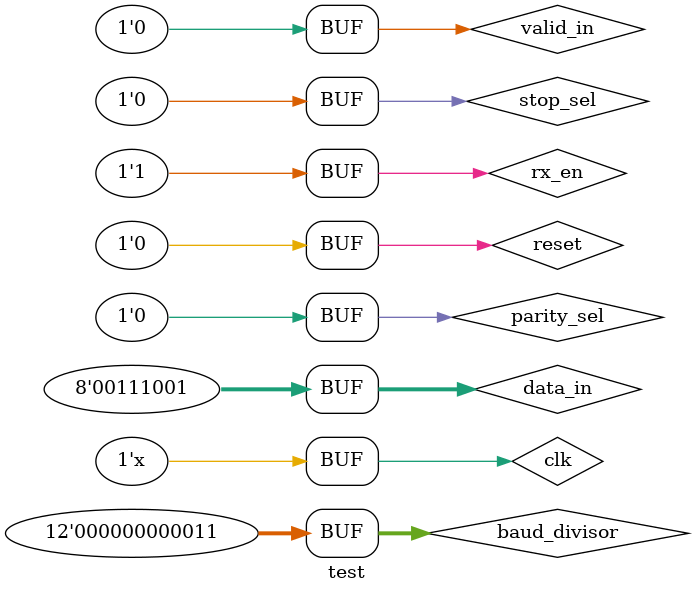
<source format=sv>
module test;

logic clk,reset,valid_in,parity_sel,stop_sel,rx_en,valid_out,parity_ok;
logic [11:0] baud_divisor;
logic [7:0] data_in,data_out;

uart_top dut(clk,reset,valid_in,parity_sel,stop_sel,rx_en,data_in,baud_divisor,data_out,valid_out,parity_ok);

always
    #5 clk = ~clk;

initial begin
    clk = 0;
    valid_in = 0;
    rx_en = 0;
    reset = 1;
    parity_sel = 0;
    stop_sel = 0;
    baud_divisor = 12'd3; //0 10011100 0 1
    data_in = 8'h39; // 00111001
    #10 reset = 0;
    #20 valid_in = 1;
    #10 valid_in = 0;
    rx_en = 1;
end



endmodule
</source>
